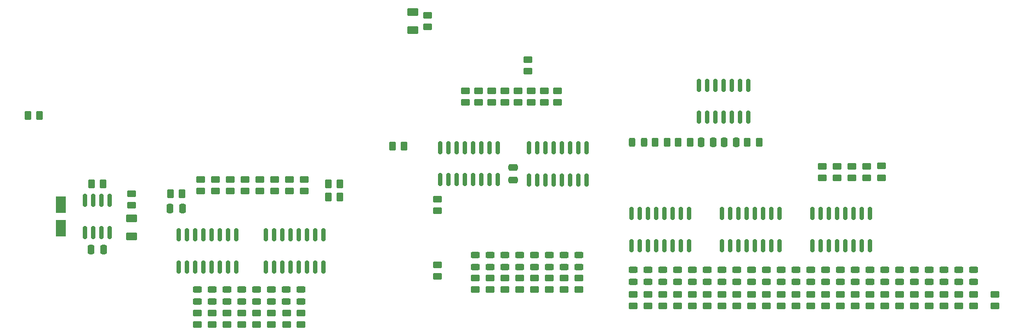
<source format=gbr>
%TF.GenerationSoftware,KiCad,Pcbnew,(6.0.0-0)*%
%TF.CreationDate,2022-03-14T18:00:23-04:00*%
%TF.ProjectId,Prototype-Board-2022,50726f74-6f74-4797-9065-2d426f617264,rev?*%
%TF.SameCoordinates,Original*%
%TF.FileFunction,Paste,Top*%
%TF.FilePolarity,Positive*%
%FSLAX46Y46*%
G04 Gerber Fmt 4.6, Leading zero omitted, Abs format (unit mm)*
G04 Created by KiCad (PCBNEW (6.0.0-0)) date 2022-03-14 18:00:23*
%MOMM*%
%LPD*%
G01*
G04 APERTURE LIST*
G04 Aperture macros list*
%AMRoundRect*
0 Rectangle with rounded corners*
0 $1 Rounding radius*
0 $2 $3 $4 $5 $6 $7 $8 $9 X,Y pos of 4 corners*
0 Add a 4 corners polygon primitive as box body*
4,1,4,$2,$3,$4,$5,$6,$7,$8,$9,$2,$3,0*
0 Add four circle primitives for the rounded corners*
1,1,$1+$1,$2,$3*
1,1,$1+$1,$4,$5*
1,1,$1+$1,$6,$7*
1,1,$1+$1,$8,$9*
0 Add four rect primitives between the rounded corners*
20,1,$1+$1,$2,$3,$4,$5,0*
20,1,$1+$1,$4,$5,$6,$7,0*
20,1,$1+$1,$6,$7,$8,$9,0*
20,1,$1+$1,$8,$9,$2,$3,0*%
G04 Aperture macros list end*
%ADD10RoundRect,0.250000X-0.450000X0.262500X-0.450000X-0.262500X0.450000X-0.262500X0.450000X0.262500X0*%
%ADD11RoundRect,0.250000X-0.625000X0.375000X-0.625000X-0.375000X0.625000X-0.375000X0.625000X0.375000X0*%
%ADD12RoundRect,0.243750X0.456250X-0.243750X0.456250X0.243750X-0.456250X0.243750X-0.456250X-0.243750X0*%
%ADD13RoundRect,0.250000X-0.262500X-0.450000X0.262500X-0.450000X0.262500X0.450000X-0.262500X0.450000X0*%
%ADD14RoundRect,0.250000X0.450000X-0.262500X0.450000X0.262500X-0.450000X0.262500X-0.450000X-0.262500X0*%
%ADD15RoundRect,0.250000X0.250000X0.475000X-0.250000X0.475000X-0.250000X-0.475000X0.250000X-0.475000X0*%
%ADD16RoundRect,0.150000X0.150000X-0.825000X0.150000X0.825000X-0.150000X0.825000X-0.150000X-0.825000X0*%
%ADD17RoundRect,0.250000X0.262500X0.450000X-0.262500X0.450000X-0.262500X-0.450000X0.262500X-0.450000X0*%
%ADD18RoundRect,0.243750X-0.243750X-0.456250X0.243750X-0.456250X0.243750X0.456250X-0.243750X0.456250X0*%
%ADD19RoundRect,0.250000X-0.250000X-0.475000X0.250000X-0.475000X0.250000X0.475000X-0.250000X0.475000X0*%
%ADD20RoundRect,0.250000X0.475000X-0.250000X0.475000X0.250000X-0.475000X0.250000X-0.475000X-0.250000X0*%
%ADD21RoundRect,0.250000X-0.550000X1.050000X-0.550000X-1.050000X0.550000X-1.050000X0.550000X1.050000X0*%
%ADD22RoundRect,0.250000X0.625000X-0.375000X0.625000X0.375000X-0.625000X0.375000X-0.625000X-0.375000X0*%
G04 APERTURE END LIST*
D10*
%TO.C,R1*%
X190500000Y-49633500D03*
X190500000Y-51458500D03*
%TD*%
D11*
%TO.C,D1*%
X188214000Y-49146000D03*
X188214000Y-51946000D03*
%TD*%
D10*
%TO.C,R62*%
X274828000Y-92813500D03*
X274828000Y-94638500D03*
%TD*%
D12*
%TO.C,D40*%
X164084000Y-93901500D03*
X164084000Y-92026500D03*
%TD*%
D13*
%TO.C,R28*%
X175109500Y-75692000D03*
X176934500Y-75692000D03*
%TD*%
D10*
%TO.C,R57*%
X267970000Y-92813500D03*
X267970000Y-94638500D03*
%TD*%
D14*
%TO.C,R7*%
X192024000Y-90066500D03*
X192024000Y-88241500D03*
%TD*%
D10*
%TO.C,R55*%
X263398000Y-92813500D03*
X263398000Y-94638500D03*
%TD*%
D12*
%TO.C,D35*%
X272542000Y-90853500D03*
X272542000Y-88978500D03*
%TD*%
D14*
%TO.C,R12*%
X208534000Y-63142500D03*
X208534000Y-61317500D03*
%TD*%
D10*
%TO.C,R19*%
X202438000Y-90273500D03*
X202438000Y-92098500D03*
%TD*%
D12*
%TO.C,D8*%
X209296000Y-88567500D03*
X209296000Y-86692500D03*
%TD*%
D10*
%TO.C,R48*%
X247396000Y-92813500D03*
X247396000Y-94638500D03*
%TD*%
D15*
%TO.C,C6*%
X152588000Y-79502000D03*
X150688000Y-79502000D03*
%TD*%
D12*
%TO.C,D36*%
X157226000Y-93901500D03*
X157226000Y-92026500D03*
%TD*%
%TO.C,D17*%
X233680000Y-90853500D03*
X233680000Y-88978500D03*
%TD*%
D10*
%TO.C,R54*%
X261112000Y-92813500D03*
X261112000Y-94638500D03*
%TD*%
%TO.C,R16*%
X197866000Y-90273500D03*
X197866000Y-92098500D03*
%TD*%
%TO.C,R37*%
X222250000Y-92813500D03*
X222250000Y-94638500D03*
%TD*%
D12*
%TO.C,D39*%
X161798000Y-93901500D03*
X161798000Y-92026500D03*
%TD*%
%TO.C,D37*%
X274828000Y-90853500D03*
X274828000Y-88978500D03*
%TD*%
D10*
%TO.C,R63*%
X159512000Y-95686000D03*
X159512000Y-97511000D03*
%TD*%
%TO.C,R53*%
X258826000Y-92813500D03*
X258826000Y-94638500D03*
%TD*%
D14*
%TO.C,R9*%
X192024000Y-79906500D03*
X192024000Y-78081500D03*
%TD*%
%TO.C,R11*%
X206502000Y-63142500D03*
X206502000Y-61317500D03*
%TD*%
D16*
%TO.C,U7*%
X235966000Y-85279000D03*
X237236000Y-85279000D03*
X238506000Y-85279000D03*
X239776000Y-85279000D03*
X241046000Y-85279000D03*
X242316000Y-85279000D03*
X243586000Y-85279000D03*
X244856000Y-85279000D03*
X244856000Y-80329000D03*
X243586000Y-80329000D03*
X242316000Y-80329000D03*
X241046000Y-80329000D03*
X239776000Y-80329000D03*
X238506000Y-80329000D03*
X237236000Y-80329000D03*
X235966000Y-80329000D03*
%TD*%
D10*
%TO.C,R52*%
X256540000Y-92813500D03*
X256540000Y-94638500D03*
%TD*%
D16*
%TO.C,U3*%
X192405000Y-75054000D03*
X193675000Y-75054000D03*
X194945000Y-75054000D03*
X196215000Y-75054000D03*
X197485000Y-75054000D03*
X198755000Y-75054000D03*
X200025000Y-75054000D03*
X201295000Y-75054000D03*
X201295000Y-70104000D03*
X200025000Y-70104000D03*
X198755000Y-70104000D03*
X197485000Y-70104000D03*
X196215000Y-70104000D03*
X194945000Y-70104000D03*
X193675000Y-70104000D03*
X192405000Y-70104000D03*
%TD*%
%TO.C,U8*%
X152019000Y-88581000D03*
X153289000Y-88581000D03*
X154559000Y-88581000D03*
X155829000Y-88581000D03*
X157099000Y-88581000D03*
X158369000Y-88581000D03*
X159639000Y-88581000D03*
X160909000Y-88581000D03*
X160909000Y-83631000D03*
X159639000Y-83631000D03*
X158369000Y-83631000D03*
X157099000Y-83631000D03*
X155829000Y-83631000D03*
X154559000Y-83631000D03*
X153289000Y-83631000D03*
X152019000Y-83631000D03*
%TD*%
D10*
%TO.C,R72*%
X168718000Y-95686000D03*
X168718000Y-97511000D03*
%TD*%
%TO.C,R73*%
X160020000Y-75033500D03*
X160020000Y-76858500D03*
%TD*%
D17*
%TO.C,R26*%
X227428500Y-69306000D03*
X225603500Y-69306000D03*
%TD*%
D10*
%TO.C,R76*%
X155448000Y-75033500D03*
X155448000Y-76858500D03*
%TD*%
%TO.C,R74*%
X157734000Y-75033500D03*
X157734000Y-76858500D03*
%TD*%
%TO.C,R67*%
X164084000Y-95686000D03*
X164084000Y-97511000D03*
%TD*%
D13*
%TO.C,R15*%
X138533500Y-75692000D03*
X140358500Y-75692000D03*
%TD*%
D14*
%TO.C,R4*%
X198374000Y-63142500D03*
X198374000Y-61317500D03*
%TD*%
D10*
%TO.C,R41*%
X231394000Y-92813500D03*
X231394000Y-94638500D03*
%TD*%
D16*
%TO.C,U4*%
X232358000Y-65431000D03*
X233628000Y-65431000D03*
X234898000Y-65431000D03*
X236168000Y-65431000D03*
X237438000Y-65431000D03*
X238708000Y-65431000D03*
X239978000Y-65431000D03*
X239978000Y-60481000D03*
X238708000Y-60481000D03*
X237438000Y-60481000D03*
X236168000Y-60481000D03*
X234898000Y-60481000D03*
X233628000Y-60481000D03*
X232358000Y-60481000D03*
%TD*%
D14*
%TO.C,R36*%
X253746000Y-74826500D03*
X253746000Y-73001500D03*
%TD*%
D16*
%TO.C,U5*%
X165481000Y-88581000D03*
X166751000Y-88581000D03*
X168021000Y-88581000D03*
X169291000Y-88581000D03*
X170561000Y-88581000D03*
X171831000Y-88581000D03*
X173101000Y-88581000D03*
X174371000Y-88581000D03*
X174371000Y-83631000D03*
X173101000Y-83631000D03*
X171831000Y-83631000D03*
X170561000Y-83631000D03*
X169291000Y-83631000D03*
X168021000Y-83631000D03*
X166751000Y-83631000D03*
X165481000Y-83631000D03*
%TD*%
D14*
%TO.C,R17*%
X144780000Y-79041000D03*
X144780000Y-77216000D03*
%TD*%
D13*
%TO.C,R30*%
X175109500Y-77724000D03*
X176934500Y-77724000D03*
%TD*%
D12*
%TO.C,D32*%
X267970000Y-90853500D03*
X267970000Y-88978500D03*
%TD*%
D10*
%TO.C,R70*%
X164592000Y-75033500D03*
X164592000Y-76858500D03*
%TD*%
%TO.C,R58*%
X270256000Y-92813500D03*
X270256000Y-94638500D03*
%TD*%
D12*
%TO.C,D16*%
X231394000Y-90853500D03*
X231394000Y-88978500D03*
%TD*%
D10*
%TO.C,R43*%
X235966000Y-92813500D03*
X235966000Y-94638500D03*
%TD*%
D12*
%TO.C,D14*%
X226822000Y-90853500D03*
X226822000Y-88978500D03*
%TD*%
D10*
%TO.C,R6*%
X205994000Y-56491500D03*
X205994000Y-58316500D03*
%TD*%
%TO.C,R44*%
X238252000Y-92813500D03*
X238252000Y-94638500D03*
%TD*%
D13*
%TO.C,R29*%
X150725500Y-77216000D03*
X152550500Y-77216000D03*
%TD*%
%TO.C,R25*%
X239827500Y-69306000D03*
X241652500Y-69306000D03*
%TD*%
D12*
%TO.C,D12*%
X222250000Y-90853500D03*
X222250000Y-88978500D03*
%TD*%
D10*
%TO.C,R51*%
X254254000Y-92813500D03*
X254254000Y-94638500D03*
%TD*%
D12*
%TO.C,D34*%
X154940000Y-93901500D03*
X154940000Y-92026500D03*
%TD*%
D18*
%TO.C,D11*%
X222022500Y-69306000D03*
X223897500Y-69306000D03*
%TD*%
D16*
%TO.C,U2*%
X206121000Y-75122000D03*
X207391000Y-75122000D03*
X208661000Y-75122000D03*
X209931000Y-75122000D03*
X211201000Y-75122000D03*
X212471000Y-75122000D03*
X213741000Y-75122000D03*
X215011000Y-75122000D03*
X215011000Y-70172000D03*
X213741000Y-70172000D03*
X212471000Y-70172000D03*
X211201000Y-70172000D03*
X209931000Y-70172000D03*
X208661000Y-70172000D03*
X207391000Y-70172000D03*
X206121000Y-70172000D03*
%TD*%
D12*
%TO.C,D30*%
X263398000Y-90853500D03*
X263398000Y-88978500D03*
%TD*%
D10*
%TO.C,R46*%
X242824000Y-92813500D03*
X242824000Y-94638500D03*
%TD*%
D12*
%TO.C,D31*%
X265684000Y-90853500D03*
X265684000Y-88978500D03*
%TD*%
%TO.C,D9*%
X211582000Y-88567500D03*
X211582000Y-86692500D03*
%TD*%
%TO.C,D20*%
X240538000Y-90853500D03*
X240538000Y-88978500D03*
%TD*%
D10*
%TO.C,R56*%
X265684000Y-92813500D03*
X265684000Y-94638500D03*
%TD*%
D19*
%TO.C,C2*%
X138496000Y-85852000D03*
X140396000Y-85852000D03*
%TD*%
D12*
%TO.C,D33*%
X270256000Y-90853500D03*
X270256000Y-88978500D03*
%TD*%
%TO.C,D29*%
X261112000Y-90853500D03*
X261112000Y-88978500D03*
%TD*%
D14*
%TO.C,R10*%
X204470000Y-63142500D03*
X204470000Y-61317500D03*
%TD*%
D12*
%TO.C,D28*%
X258826000Y-90853500D03*
X258826000Y-88978500D03*
%TD*%
%TO.C,D24*%
X249682000Y-90853500D03*
X249682000Y-88978500D03*
%TD*%
%TO.C,D7*%
X207010000Y-88567500D03*
X207010000Y-86692500D03*
%TD*%
D16*
%TO.C,U1*%
X137541000Y-83247000D03*
X138811000Y-83247000D03*
X140081000Y-83247000D03*
X141351000Y-83247000D03*
X141351000Y-78297000D03*
X140081000Y-78297000D03*
X138811000Y-78297000D03*
X137541000Y-78297000D03*
%TD*%
D13*
%TO.C,R2*%
X128702750Y-65174500D03*
X130527750Y-65174500D03*
%TD*%
D14*
%TO.C,R34*%
X260604000Y-74792500D03*
X260604000Y-72967500D03*
%TD*%
D13*
%TO.C,R13*%
X185015500Y-69850000D03*
X186840500Y-69850000D03*
%TD*%
D12*
%TO.C,D21*%
X242824000Y-90853500D03*
X242824000Y-88978500D03*
%TD*%
D14*
%TO.C,R33*%
X258318000Y-74802500D03*
X258318000Y-72977500D03*
%TD*%
D12*
%TO.C,D41*%
X166370000Y-93901500D03*
X166370000Y-92026500D03*
%TD*%
D10*
%TO.C,R71*%
X162306000Y-75033500D03*
X162306000Y-76858500D03*
%TD*%
D12*
%TO.C,D22*%
X245110000Y-90853500D03*
X245110000Y-88978500D03*
%TD*%
D20*
%TO.C,C5*%
X203708000Y-75118000D03*
X203708000Y-73218000D03*
%TD*%
D12*
%TO.C,D3*%
X197866000Y-88567500D03*
X197866000Y-86692500D03*
%TD*%
%TO.C,D18*%
X235966000Y-90853500D03*
X235966000Y-88978500D03*
%TD*%
%TO.C,D42*%
X168656000Y-93901500D03*
X168656000Y-92026500D03*
%TD*%
D10*
%TO.C,R68*%
X166878000Y-75033500D03*
X166878000Y-76858500D03*
%TD*%
D15*
%TO.C,C3*%
X238134000Y-69306000D03*
X236234000Y-69306000D03*
%TD*%
D12*
%TO.C,D15*%
X229108000Y-90853500D03*
X229108000Y-88978500D03*
%TD*%
D14*
%TO.C,R14*%
X210566000Y-63142500D03*
X210566000Y-61317500D03*
%TD*%
D13*
%TO.C,R27*%
X229159500Y-69306000D03*
X230984500Y-69306000D03*
%TD*%
D12*
%TO.C,D19*%
X238252000Y-90853500D03*
X238252000Y-88978500D03*
%TD*%
D10*
%TO.C,R64*%
X161798000Y-95686000D03*
X161798000Y-97511000D03*
%TD*%
D14*
%TO.C,R5*%
X200406000Y-63142500D03*
X200406000Y-61317500D03*
%TD*%
D12*
%TO.C,D13*%
X224536000Y-90853500D03*
X224536000Y-88978500D03*
%TD*%
D10*
%TO.C,R61*%
X157226000Y-95686000D03*
X157226000Y-97511000D03*
%TD*%
D12*
%TO.C,D4*%
X200152000Y-88567500D03*
X200152000Y-86692500D03*
%TD*%
D10*
%TO.C,R69*%
X166370000Y-95686000D03*
X166370000Y-97511000D03*
%TD*%
D16*
%TO.C,U9*%
X221996000Y-85279000D03*
X223266000Y-85279000D03*
X224536000Y-85279000D03*
X225806000Y-85279000D03*
X227076000Y-85279000D03*
X228346000Y-85279000D03*
X229616000Y-85279000D03*
X230886000Y-85279000D03*
X230886000Y-80329000D03*
X229616000Y-80329000D03*
X228346000Y-80329000D03*
X227076000Y-80329000D03*
X225806000Y-80329000D03*
X224536000Y-80329000D03*
X223266000Y-80329000D03*
X221996000Y-80329000D03*
%TD*%
D21*
%TO.C,C1*%
X133858000Y-78972000D03*
X133858000Y-82572000D03*
%TD*%
D10*
%TO.C,R23*%
X211582000Y-90273500D03*
X211582000Y-92098500D03*
%TD*%
%TO.C,R42*%
X233680000Y-92813500D03*
X233680000Y-94638500D03*
%TD*%
D22*
%TO.C,D2*%
X144780000Y-83846500D03*
X144780000Y-81046500D03*
%TD*%
D10*
%TO.C,R66*%
X169164000Y-75033500D03*
X169164000Y-76858500D03*
%TD*%
D12*
%TO.C,D10*%
X213868000Y-88567500D03*
X213868000Y-86692500D03*
%TD*%
D10*
%TO.C,R20*%
X204724000Y-90273500D03*
X204724000Y-92098500D03*
%TD*%
D12*
%TO.C,D27*%
X256540000Y-90853500D03*
X256540000Y-88978500D03*
%TD*%
%TO.C,D5*%
X202438000Y-88567500D03*
X202438000Y-86692500D03*
%TD*%
%TO.C,D26*%
X254254000Y-90853500D03*
X254254000Y-88978500D03*
%TD*%
D10*
%TO.C,R40*%
X229108000Y-92813500D03*
X229108000Y-94638500D03*
%TD*%
%TO.C,R60*%
X272542000Y-92813500D03*
X272542000Y-94638500D03*
%TD*%
%TO.C,R50*%
X251968000Y-92813500D03*
X251968000Y-94638500D03*
%TD*%
D12*
%TO.C,D38*%
X159512000Y-93901500D03*
X159512000Y-92026500D03*
%TD*%
D10*
%TO.C,R49*%
X249682000Y-92813500D03*
X249682000Y-94638500D03*
%TD*%
%TO.C,R31*%
X278130000Y-92813500D03*
X278130000Y-94638500D03*
%TD*%
D14*
%TO.C,R32*%
X251460000Y-74826500D03*
X251460000Y-73001500D03*
%TD*%
D10*
%TO.C,R39*%
X226822000Y-92813500D03*
X226822000Y-94638500D03*
%TD*%
D15*
%TO.C,C4*%
X234578000Y-69306000D03*
X232678000Y-69306000D03*
%TD*%
D10*
%TO.C,R38*%
X224536000Y-92813500D03*
X224536000Y-94638500D03*
%TD*%
D12*
%TO.C,D23*%
X247396000Y-90853500D03*
X247396000Y-88978500D03*
%TD*%
D14*
%TO.C,R8*%
X202438000Y-63142500D03*
X202438000Y-61317500D03*
%TD*%
%TO.C,R35*%
X256032000Y-74826500D03*
X256032000Y-73001500D03*
%TD*%
D10*
%TO.C,R65*%
X171450000Y-75033500D03*
X171450000Y-76858500D03*
%TD*%
D16*
%TO.C,U6*%
X249936000Y-85279000D03*
X251206000Y-85279000D03*
X252476000Y-85279000D03*
X253746000Y-85279000D03*
X255016000Y-85279000D03*
X256286000Y-85279000D03*
X257556000Y-85279000D03*
X258826000Y-85279000D03*
X258826000Y-80329000D03*
X257556000Y-80329000D03*
X256286000Y-80329000D03*
X255016000Y-80329000D03*
X253746000Y-80329000D03*
X252476000Y-80329000D03*
X251206000Y-80329000D03*
X249936000Y-80329000D03*
%TD*%
D10*
%TO.C,R45*%
X240538000Y-92813500D03*
X240538000Y-94638500D03*
%TD*%
%TO.C,R21*%
X207010000Y-90273500D03*
X207010000Y-92098500D03*
%TD*%
D12*
%TO.C,D43*%
X170942000Y-93901500D03*
X170942000Y-92026500D03*
%TD*%
D10*
%TO.C,R47*%
X245110000Y-92813500D03*
X245110000Y-94638500D03*
%TD*%
D14*
%TO.C,R3*%
X196342000Y-63142500D03*
X196342000Y-61317500D03*
%TD*%
D10*
%TO.C,R75*%
X170942000Y-95686000D03*
X170942000Y-97511000D03*
%TD*%
%TO.C,R59*%
X154940000Y-95686000D03*
X154940000Y-97511000D03*
%TD*%
%TO.C,R22*%
X209296000Y-90273500D03*
X209296000Y-92098500D03*
%TD*%
%TO.C,R24*%
X213868000Y-90273500D03*
X213868000Y-92098500D03*
%TD*%
D12*
%TO.C,D6*%
X204724000Y-88567500D03*
X204724000Y-86692500D03*
%TD*%
%TO.C,D25*%
X251968000Y-90853500D03*
X251968000Y-88978500D03*
%TD*%
D10*
%TO.C,R18*%
X200152000Y-90273500D03*
X200152000Y-92098500D03*
%TD*%
M02*

</source>
